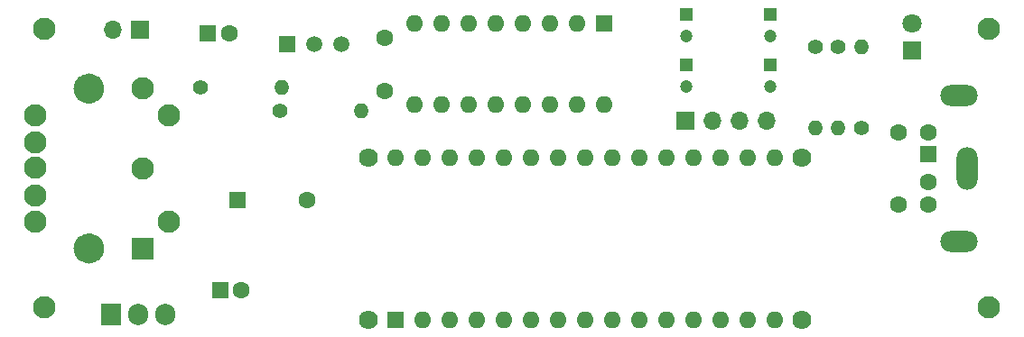
<source format=gbr>
%TF.GenerationSoftware,KiCad,Pcbnew,8.0.1*%
%TF.CreationDate,2024-05-12T20:31:29+01:00*%
%TF.ProjectId,TIMPS2Key,54494d50-5332-44b6-9579-2e6b69636164,rev?*%
%TF.SameCoordinates,Original*%
%TF.FileFunction,Soldermask,Bot*%
%TF.FilePolarity,Negative*%
%FSLAX46Y46*%
G04 Gerber Fmt 4.6, Leading zero omitted, Abs format (unit mm)*
G04 Created by KiCad (PCBNEW 8.0.1) date 2024-05-12 20:31:29*
%MOMM*%
%LPD*%
G01*
G04 APERTURE LIST*
%ADD10C,1.449000*%
%ADD11R,1.200000X1.200000*%
%ADD12C,1.200000*%
%ADD13C,2.390000*%
%ADD14R,2.100000X2.100000*%
%ADD15C,2.100000*%
%ADD16R,1.600000X1.600000*%
%ADD17C,1.600000*%
%ADD18O,3.500000X2.000000*%
%ADD19O,2.000000X4.000000*%
%ADD20C,1.400000*%
%ADD21O,1.400000X1.400000*%
%ADD22R,1.700000X1.700000*%
%ADD23O,1.700000X1.700000*%
%ADD24R,1.800000X1.800000*%
%ADD25C,1.800000*%
%ADD26R,1.500000X1.500000*%
%ADD27C,1.500000*%
%ADD28C,1.780000*%
%ADD29O,1.600000X1.600000*%
%ADD30R,1.905000X2.000000*%
%ADD31O,1.905000X2.000000*%
G04 APERTURE END LIST*
D10*
%TO.C,J1*%
X88914500Y-55470000D02*
G75*
G02*
X87465500Y-55470000I-724500J0D01*
G01*
X87465500Y-55470000D02*
G75*
G02*
X88914500Y-55470000I724500J0D01*
G01*
X88914500Y-70480000D02*
G75*
G02*
X87465500Y-70480000I-724500J0D01*
G01*
X87465500Y-70480000D02*
G75*
G02*
X88914500Y-70480000I724500J0D01*
G01*
%TD*%
D11*
%TO.C,C8*%
X152100000Y-53240000D03*
D12*
X152100000Y-55240000D03*
%TD*%
D13*
%TO.C,J1*%
X88190000Y-70480000D03*
X88190000Y-55470000D03*
D14*
X93200000Y-70480000D03*
D15*
X93200000Y-62975000D03*
X93200000Y-55470000D03*
X95690000Y-67980000D03*
X95690000Y-57970000D03*
X83193200Y-67980000D03*
X83193200Y-65475000D03*
X83193200Y-62924200D03*
X83193200Y-60475000D03*
X83193200Y-57970000D03*
%TD*%
D16*
%TO.C,J2*%
X166900000Y-61655000D03*
D17*
X166900000Y-64255000D03*
X166900000Y-59555000D03*
X166900000Y-66355000D03*
X164100000Y-59555000D03*
X164100000Y-66355000D03*
D18*
X169750000Y-69805000D03*
D19*
X170550000Y-62955000D03*
D18*
X169750000Y-56105000D03*
%TD*%
D20*
%TO.C,R2*%
X98680000Y-55350000D03*
D21*
X106300000Y-55350000D03*
%TD*%
D20*
%TO.C,R4*%
X158450000Y-51520000D03*
D21*
X158450000Y-59140000D03*
%TD*%
D11*
%TO.C,C7*%
X144170000Y-48500000D03*
D12*
X144170000Y-50500000D03*
%TD*%
D20*
%TO.C,R5*%
X156300000Y-51520000D03*
D21*
X156300000Y-59140000D03*
%TD*%
D22*
%TO.C,J4*%
X144130000Y-58450000D03*
D23*
X146670000Y-58450000D03*
X149210000Y-58450000D03*
X151750000Y-58450000D03*
%TD*%
D15*
%TO.C,H3*%
X172550000Y-49810000D03*
%TD*%
D24*
%TO.C,D1*%
X165400000Y-51880000D03*
D25*
X165400000Y-49340000D03*
%TD*%
D17*
%TO.C,C4*%
X115900000Y-50660000D03*
X115900000Y-55660000D03*
%TD*%
D20*
%TO.C,R3*%
X106090000Y-57550000D03*
D21*
X113710000Y-57550000D03*
%TD*%
D26*
%TO.C,Q1*%
X106750000Y-51250000D03*
D27*
X109290000Y-51250000D03*
X111830000Y-51250000D03*
%TD*%
D22*
%TO.C,J3*%
X93000000Y-49930000D03*
D23*
X90460000Y-49930000D03*
%TD*%
D16*
%TO.C,BZ1*%
X102150000Y-65900000D03*
D17*
X108650000Y-65900000D03*
%TD*%
D15*
%TO.C,H2*%
X84030000Y-49810000D03*
%TD*%
%TO.C,H5*%
X172550000Y-76010000D03*
%TD*%
%TO.C,H4*%
X84030000Y-76010000D03*
%TD*%
D28*
%TO.C,U1*%
X114360000Y-77160000D03*
X155000000Y-77160000D03*
X114360000Y-61920000D03*
X155000000Y-61920000D03*
D16*
X116900000Y-77160000D03*
D29*
X119440000Y-77160000D03*
X121980000Y-77160000D03*
X124520000Y-77160000D03*
X127060000Y-77160000D03*
X129600000Y-77160000D03*
X132140000Y-77160000D03*
X134680000Y-77160000D03*
X137220000Y-77160000D03*
X139760000Y-77160000D03*
X142300000Y-77160000D03*
X144840000Y-77160000D03*
X147380000Y-77160000D03*
X149920000Y-77160000D03*
X152460000Y-77160000D03*
X152460000Y-61920000D03*
X149920000Y-61920000D03*
X147380000Y-61920000D03*
X144840000Y-61920000D03*
X142300000Y-61920000D03*
X139760000Y-61920000D03*
X137220000Y-61920000D03*
X134680000Y-61920000D03*
X132140000Y-61920000D03*
X129600000Y-61920000D03*
X127060000Y-61920000D03*
X124520000Y-61920000D03*
X121980000Y-61920000D03*
X119440000Y-61920000D03*
X116900000Y-61920000D03*
%TD*%
D16*
%TO.C,C1*%
X99370000Y-50260000D03*
D17*
X101370000Y-50260000D03*
%TD*%
D30*
%TO.C,U3*%
X90280000Y-76650000D03*
D31*
X92820000Y-76650000D03*
X95360000Y-76650000D03*
%TD*%
D11*
%TO.C,C5*%
X144170000Y-53240000D03*
D12*
X144170000Y-55240000D03*
%TD*%
D16*
%TO.C,C3*%
X100500000Y-74400000D03*
D17*
X102500000Y-74400000D03*
%TD*%
D16*
%TO.C,U2*%
X136520000Y-49360000D03*
D29*
X133980000Y-49360000D03*
X131440000Y-49360000D03*
X128900000Y-49360000D03*
X126360000Y-49360000D03*
X123820000Y-49360000D03*
X121280000Y-49360000D03*
X118740000Y-49360000D03*
X118740000Y-56980000D03*
X121280000Y-56980000D03*
X123820000Y-56980000D03*
X126360000Y-56980000D03*
X128900000Y-56980000D03*
X131440000Y-56980000D03*
X133980000Y-56980000D03*
X136520000Y-56980000D03*
%TD*%
D11*
%TO.C,C6*%
X152100000Y-48500000D03*
D12*
X152100000Y-50500000D03*
%TD*%
D20*
%TO.C,R1*%
X160600000Y-59150000D03*
D21*
X160600000Y-51530000D03*
%TD*%
M02*

</source>
